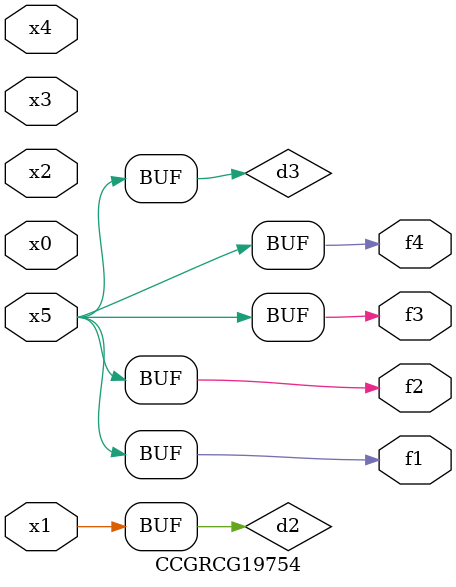
<source format=v>
module CCGRCG19754(
	input x0, x1, x2, x3, x4, x5,
	output f1, f2, f3, f4
);

	wire d1, d2, d3;

	not (d1, x5);
	or (d2, x1);
	xnor (d3, d1);
	assign f1 = d3;
	assign f2 = d3;
	assign f3 = d3;
	assign f4 = d3;
endmodule

</source>
